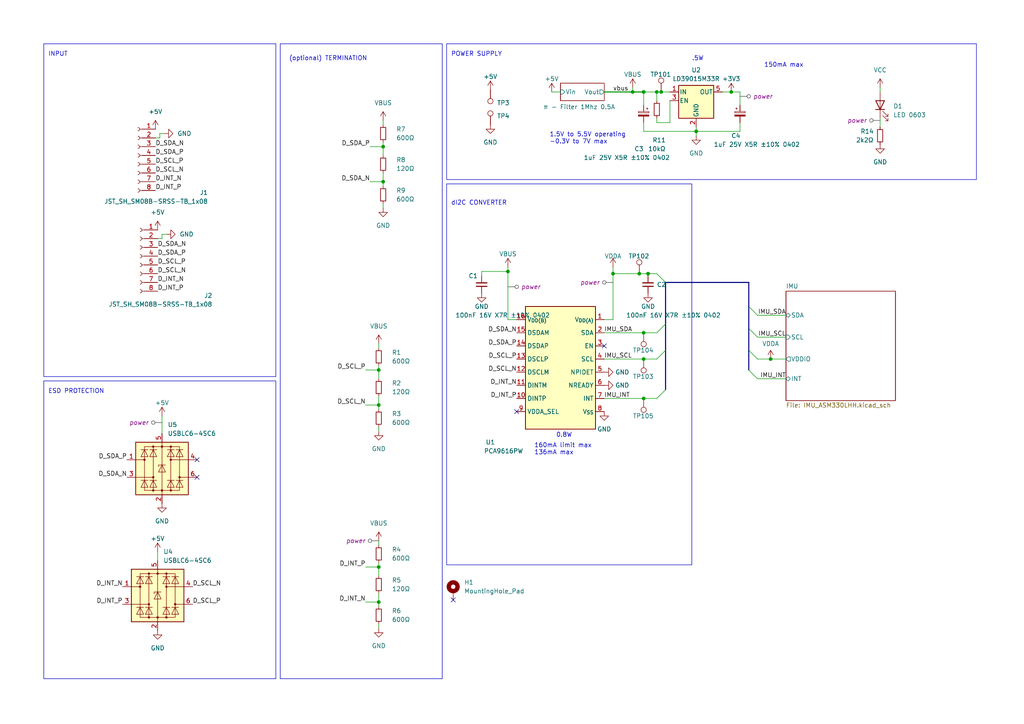
<source format=kicad_sch>
(kicad_sch (version 20230121) (generator eeschema)
  (paper "A4")
  (lib_symbols
    (symbol "Connector:Conn_01x08_Socket" (pin_names (offset 1.016) hide)
      (property "Reference" "J" (at 0 10.16 0))
      (property "Value" "Conn_01x08_Socket" (at 0 -12.7 0))
      (symbol "Conn_01x08_Socket_1_1"
        (arc (start 0 -9.652) (mid -0.5058 -10.16) (end 0 -10.668) (stroke (width 0.1524)))
        (arc (start 0 -7.112) (mid -0.5058 -7.62) (end 0 -8.128) (stroke (width 0.1524)))
        (arc (start 0 -4.572) (mid -0.5058 -5.08) (end 0 -5.588) (stroke (width 0.1524)))
        (arc (start 0 -2.032) (mid -0.5058 -2.54) (end 0 -3.048) (stroke (width 0.1524)))
        (polyline (pts (xy -1.27 -10.16) (xy -0.508 -10.16)) (stroke (width 0.1524)))
        (polyline (pts (xy -1.27 -7.62) (xy -0.508 -7.62)) (stroke (width 0.1524)))
        (polyline (pts (xy -1.27 -5.08) (xy -0.508 -5.08)) (stroke (width 0.1524)))
        (polyline (pts (xy -1.27 -2.54) (xy -0.508 -2.54)) (stroke (width 0.1524)))
        (polyline (pts (xy -1.27 0) (xy -0.508 0)) (stroke (width 0.1524)))
        (polyline (pts (xy -1.27 2.54) (xy -0.508 2.54)) (stroke (width 0.1524)))
        (polyline (pts (xy -1.27 5.08) (xy -0.508 5.08)) (stroke (width 0.1524)))
        (polyline (pts (xy -1.27 7.62) (xy -0.508 7.62)) (stroke (width 0.1524)))
        (arc (start 0 0.508) (mid -0.5058 0) (end 0 -0.508) (stroke (width 0.1524)))
        (arc (start 0 3.048) (mid -0.5058 2.54) (end 0 2.032) (stroke (width 0.1524)))
        (arc (start 0 5.588) (mid -0.5058 5.08) (end 0 4.572) (stroke (width 0.1524)))
        (arc (start 0 8.128) (mid -0.5058 7.62) (end 0 7.112) (stroke (width 0.1524)))
        (pin passive line (at -5.08 7.62 0) (length 3.81) (name "Pin_1") (number "1"))
        (pin passive line (at -5.08 5.08 0) (length 3.81) (name "Pin_2") (number "2"))
        (pin passive line (at -5.08 2.54 0) (length 3.81) (name "Pin_3") (number "3"))
        (pin passive line (at -5.08 0 0) (length 3.81) (name "Pin_4") (number "4"))
        (pin passive line (at -5.08 -2.54 0) (length 3.81) (name "Pin_5") (number "5"))
        (pin passive line (at -5.08 -5.08 0) (length 3.81) (name "Pin_6") (number "6"))
        (pin passive line (at -5.08 -7.62 0) (length 3.81) (name "Pin_7") (number "7"))
        (pin passive line (at -5.08 -10.16 0) (length 3.81) (name "Pin_8") (number "8"))
      )
    )
    (symbol "Connector:TestPoint" (pin_numbers hide) (pin_names (offset 0.762) hide)
      (property "Reference" "TP" (at 0 6.858 0))
      (property "Value" "TestPoint" (at 0 5.08 0))
      (symbol "TestPoint_0_1"
        (circle (center 0 3.302) (radius 0.762))
      )
      (symbol "TestPoint_1_1"
        (pin passive line (at 0 0 90) (length 2.54) (name "1") (number "1"))
      )
    )
    (symbol "Device:C_Polarized_Small" (pin_numbers hide) (pin_names (offset 0.254) hide)
      (property "Reference" "C" (at 0.254 1.778 0))
      (property "Value" "C_Polarized_Small" (at 0.254 -2.032 0))
      (symbol "C_Polarized_Small_0_1"
        (rectangle (start -1.524 -0.3048) (end 1.524 -0.6858) (fill (type outline)))
        (rectangle (start -1.524 0.6858) (end 1.524 0.3048))
        (polyline (pts (xy -1.27 1.524) (xy -0.762 1.524)))
        (polyline (pts (xy -1.016 1.27) (xy -1.016 1.778)))
      )
      (symbol "C_Polarized_Small_1_1"
        (pin passive line (at 0 2.54 270) (length 1.8542) (name "~") (number "1"))
        (pin passive line (at 0 -2.54 90) (length 1.8542) (name "~") (number "2"))
      )
    )
    (symbol "Device:C_Small" (pin_numbers hide) (pin_names (offset 0.254) hide)
      (property "Reference" "C" (at 0.254 1.778 0))
      (property "Value" "C_Small" (at 0.254 -2.032 0))
      (symbol "C_Small_0_1"
        (polyline (pts (xy -1.524 -0.508) (xy 1.524 -0.508)) (stroke (width 0.3302)))
        (polyline (pts (xy -1.524 0.508) (xy 1.524 0.508)) (stroke (width 0.3048)))
      )
      (symbol "C_Small_1_1"
        (pin passive line (at 0 2.54 270) (length 2.032) (name "~") (number "1"))
        (pin passive line (at 0 -2.54 90) (length 2.032) (name "~") (number "2"))
      )
    )
    (symbol "Device:LED" (pin_numbers hide) (pin_names (offset 1.016) hide)
      (property "Reference" "D" (at 0 2.54 0))
      (property "Value" "LED" (at 0 -2.54 0))
      (symbol "LED_0_1"
        (polyline (pts (xy -1.27 -1.27) (xy -1.27 1.27)) (stroke (width 0.254)))
        (polyline (pts (xy -1.27 0) (xy 1.27 0)))
        (polyline (pts (xy 1.27 -1.27) (xy 1.27 1.27) (xy -1.27 0) (xy 1.27 -1.27)) (stroke (width 0.254)))
        (polyline (pts (xy -3.048 -0.762) (xy -4.572 -2.286) (xy -3.81 -2.286) (xy -4.572 -2.286) (xy -4.572 -1.524)))
        (polyline (pts (xy -1.778 -0.762) (xy -3.302 -2.286) (xy -2.54 -2.286) (xy -3.302 -2.286) (xy -3.302 -1.524)))
      )
      (symbol "LED_1_1"
        (pin passive line (at -3.81 0 0) (length 2.54) (name "K") (number "1"))
        (pin passive line (at 3.81 0 180) (length 2.54) (name "A") (number "2"))
      )
    )
    (symbol "Device:R_Small" (pin_numbers hide) (pin_names (offset 0.254) hide)
      (property "Reference" "R" (at 0.762 0.508 0))
      (property "Value" "R_Small" (at 0.762 -1.016 0))
      (symbol "R_Small_0_1"
        (rectangle (start -0.762 1.778) (end 0.762 -1.778) (stroke (width 0.2032)))
      )
      (symbol "R_Small_1_1"
        (pin passive line (at 0 2.54 270) (length 0.762) (name "~") (number "1"))
        (pin passive line (at 0 -2.54 90) (length 0.762) (name "~") (number "2"))
      )
    )
    (symbol "Mechanical:MountingHole_Pad" (pin_numbers hide) (pin_names (offset 1.016) hide)
      (property "Reference" "H" (at 0 6.35 0))
      (property "Value" "MountingHole_Pad" (at 0 4.445 0))
      (symbol "MountingHole_Pad_0_1"
        (circle (center 0 1.27) (radius 1.27) (stroke (width 1.27)))
      )
      (symbol "MountingHole_Pad_1_1"
        (pin input line (at 0 -2.54 90) (length 2.54) (name "1") (number "1"))
      )
    )
    (symbol "Power_Protection:USBLC6-4SC6" (pin_names hide)
      (property "Reference" "U" (at 2.54 8.89 0))
      (property "Value" "USBLC6-4SC6" (at 2.54 -8.89 0))
      (symbol "USBLC6-4SC6_0_1"
        (rectangle (start -7.62 -7.62) (end 7.62 7.62) (stroke (width 0.254)) (fill (type background)))
        (circle (center -5.08 2.54) (radius 0.254) (fill (type outline)))
        (circle (center -2.54 -6.35) (radius 0.254) (fill (type outline)))
        (circle (center -2.54 -2.54) (radius 0.254) (fill (type outline)))
        (circle (center -2.54 6.35) (radius 0.254) (fill (type outline)))
        (rectangle (start -2.54 6.35) (end 2.54 -6.35))
        (circle (center 0 -6.35) (radius 0.254) (fill (type outline)))
        (polyline (pts (xy -5.08 2.54) (xy -7.62 2.54)))
        (polyline (pts (xy -4.064 -3.429) (xy -6.096 -3.429)))
        (polyline (pts (xy -4.064 5.461) (xy -6.096 5.461)))
        (polyline (pts (xy -2.54 -2.54) (xy -7.62 -2.54)))
        (polyline (pts (xy -1.524 -3.429) (xy -3.556 -3.429)))
        (polyline (pts (xy -1.524 5.461) (xy -3.556 5.461)))
        (polyline (pts (xy 0 -7.62) (xy 0 -6.35)))
        (polyline (pts (xy 0 -6.35) (xy 0 1.27)))
        (polyline (pts (xy 0 1.27) (xy 0 6.35)))
        (polyline (pts (xy 0 6.35) (xy 0 7.62)))
        (polyline (pts (xy 1.524 -3.429) (xy 3.556 -3.429)))
        (polyline (pts (xy 1.524 5.461) (xy 3.556 5.461)))
        (polyline (pts (xy 2.54 2.54) (xy 7.62 2.54)))
        (polyline (pts (xy 4.064 -3.429) (xy 6.096 -3.429)))
        (polyline (pts (xy 4.064 5.461) (xy 6.096 5.461)))
        (polyline (pts (xy 5.08 -2.54) (xy 7.62 -2.54)))
        (polyline (pts (xy -6.096 -5.461) (xy -4.064 -5.461) (xy -5.08 -3.429) (xy -6.096 -5.461)))
        (polyline (pts (xy -6.096 3.429) (xy -4.064 3.429) (xy -5.08 5.461) (xy -6.096 3.429)))
        (polyline (pts (xy -3.556 -5.461) (xy -1.524 -5.461) (xy -2.54 -3.429) (xy -3.556 -5.461)))
        (polyline (pts (xy -3.556 3.429) (xy -1.524 3.429) (xy -2.54 5.461) (xy -3.556 3.429)))
        (polyline (pts (xy -2.54 6.35) (xy -5.08 6.35) (xy -5.08 -6.35) (xy -2.54 -6.35)))
        (polyline (pts (xy -1.016 -1.016) (xy 1.016 -1.016) (xy 0 1.016) (xy -1.016 -1.016)))
        (polyline (pts (xy 1.016 1.016) (xy 0.762 1.016) (xy -1.016 1.016) (xy -1.016 0.508)))
        (polyline (pts (xy 2.54 6.35) (xy 5.08 6.35) (xy 5.08 -6.35) (xy 2.54 -6.35)))
        (polyline (pts (xy 3.556 -5.461) (xy 1.524 -5.461) (xy 2.54 -3.429) (xy 3.556 -5.461)))
        (polyline (pts (xy 3.556 3.429) (xy 1.524 3.429) (xy 2.54 5.461) (xy 3.556 3.429)))
        (polyline (pts (xy 6.096 -5.461) (xy 4.064 -5.461) (xy 5.08 -3.429) (xy 6.096 -5.461)))
        (polyline (pts (xy 6.096 3.429) (xy 4.064 3.429) (xy 5.08 5.461) (xy 6.096 3.429)))
        (circle (center 0 6.35) (radius 0.254) (fill (type outline)))
        (circle (center 2.54 -6.35) (radius 0.254) (fill (type outline)))
        (circle (center 2.54 2.54) (radius 0.254) (fill (type outline)))
        (circle (center 2.54 6.35) (radius 0.254) (fill (type outline)))
        (circle (center 5.08 -2.54) (radius 0.254) (fill (type outline)))
      )
      (symbol "USBLC6-4SC6_1_1"
        (pin passive line (at -10.16 2.54 0) (length 2.54) (name "I/O1") (number "1"))
        (pin passive line (at 0 -10.16 90) (length 2.54) (name "GND") (number "2"))
        (pin passive line (at -10.16 -2.54 0) (length 2.54) (name "I/O2") (number "3"))
        (pin passive line (at 10.16 2.54 180) (length 2.54) (name "I/O3") (number "4"))
        (pin passive line (at 0 10.16 270) (length 2.54) (name "VBUS") (number "5"))
        (pin passive line (at 10.16 -2.54 180) (length 2.54) (name "I/O4") (number "6"))
      )
    )
    (symbol "Regulator_Linear:LD39015M33R" (pin_names (offset 0.254))
      (property "Reference" "U" (at -3.81 5.715 0))
      (property "Value" "LD39015M33R" (at 0 5.715 0))
      (symbol "LD39015M33R_0_1"
        (rectangle (start -5.08 4.445) (end 5.08 -5.08) (stroke (width 0.254)) (fill (type background)))
      )
      (symbol "LD39015M33R_1_1"
        (pin power_in line (at -7.62 2.54 0) (length 2.54) (name "IN") (number "1"))
        (pin power_in line (at 0 -7.62 90) (length 2.54) (name "GND") (number "2"))
        (pin input line (at -7.62 0 0) (length 2.54) (name "EN") (number "3"))
        (pin no_connect line (at 5.08 0 180) (length 2.54) hide (name "NC") (number "4"))
        (pin power_out line (at 7.62 2.54 180) (length 2.54) (name "OUT") (number "5"))
      )
    )
    (symbol "centaurParts:PCA9616PW"
      (property "Reference" "U" (at -10.16 8.89 0))
      (property "Value" "PCA9616PW" (at 1.27 8.89 0))
      (symbol "PCA9616PW_0_1"
        (rectangle (start -10.16 7.62) (end 10.16 -27.94) (stroke (width 0.254)) (fill (type background)))
      )
      (symbol "PCA9616PW_1_1"
        (pin power_in line (at -12.7 3.81 0) (length 2.54) (name "V_{DD(A)}") (number "1"))
        (pin bidirectional line (at 12.7 -19.05 180) (length 2.54) (name "DINTP") (number "10"))
        (pin bidirectional line (at 12.7 -15.24 180) (length 2.54) (name "DINTM") (number "11"))
        (pin bidirectional line (at 12.7 -11.43 180) (length 2.54) (name "DSCLM") (number "12"))
        (pin bidirectional line (at 12.7 -7.62 180) (length 2.54) (name "DSCLP") (number "13"))
        (pin bidirectional line (at 12.7 -3.81 180) (length 2.54) (name "DSDAP") (number "14"))
        (pin bidirectional line (at 12.7 0 180) (length 2.54) (name "DSDAM") (number "15"))
        (pin power_in line (at 12.7 3.81 180) (length 2.54) (name "V_{DD(B)}") (number "16"))
        (pin bidirectional line (at -12.7 0 0) (length 2.54) (name "SDA") (number "2"))
        (pin input line (at -12.7 -3.81 0) (length 2.54) (name "EN") (number "3"))
        (pin bidirectional line (at -12.7 -7.62 0) (length 2.54) (name "SCL") (number "4"))
        (pin bidirectional line (at -12.7 -11.43 0) (length 2.54) (name "NPIDET") (number "5"))
        (pin bidirectional line (at -12.7 -15.24 0) (length 2.54) (name "NREADY") (number "6"))
        (pin bidirectional line (at -12.7 -19.05 0) (length 2.54) (name "INT") (number "7"))
        (pin power_in line (at -12.7 -22.86 0) (length 2.54) (name "V_{SS}") (number "8"))
        (pin bidirectional line (at 12.7 -22.86 180) (length 2.54) (name "VDDA_SEL") (number "9"))
      )
    )
    (symbol "power:+3V3" (power) (pin_names (offset 0))
      (property "Value" "+3V3" (at 0 3.556 0))
      (symbol "+3V3_0_1"
        (polyline (pts (xy -0.762 1.27) (xy 0 2.54)))
        (polyline (pts (xy 0 0) (xy 0 2.54)))
        (polyline (pts (xy 0 2.54) (xy 0.762 1.27)))
      )
      (symbol "+3V3_1_1"
        (pin power_in line (at 0 0 90) (length 0) hide (name "+3V3") (number "1"))
      )
    )
    (symbol "power:+5V" (power) (pin_names (offset 0))
      (property "Value" "+5V" (at 0 3.556 0))
      (symbol "+5V_0_1"
        (polyline (pts (xy -0.762 1.27) (xy 0 2.54)))
        (polyline (pts (xy 0 0) (xy 0 2.54)))
        (polyline (pts (xy 0 2.54) (xy 0.762 1.27)))
      )
      (symbol "+5V_1_1"
        (pin power_in line (at 0 0 90) (length 0) hide (name "+5V") (number "1"))
      )
    )
    (symbol "power:GND" (power) (pin_names (offset 0))
      (property "Value" "GND" (at 0 -3.81 0))
      (symbol "GND_0_1"
        (polyline (pts (xy 0 0) (xy 0 -1.27) (xy 1.27 -1.27) (xy 0 -2.54) (xy -1.27 -1.27) (xy 0 -1.27)))
      )
      (symbol "GND_1_1"
        (pin power_in line (at 0 0 270) (length 0) hide (name "GND") (number "1"))
      )
    )
    (symbol "power:VBUS" (power) (pin_names (offset 0))
      (property "Value" "VBUS" (at 0 3.81 0))
      (symbol "VBUS_0_1"
        (polyline (pts (xy -0.762 1.27) (xy 0 2.54)))
        (polyline (pts (xy 0 0) (xy 0 2.54)))
        (polyline (pts (xy 0 2.54) (xy 0.762 1.27)))
      )
      (symbol "VBUS_1_1"
        (pin power_in line (at 0 0 90) (length 0) hide (name "VBUS") (number "1"))
      )
    )
    (symbol "power:VCC" (power) (pin_names (offset 0))
      (property "Value" "VCC" (at 0 3.81 0))
      (symbol "VCC_0_1"
        (polyline (pts (xy -0.762 1.27) (xy 0 2.54)))
        (polyline (pts (xy 0 0) (xy 0 2.54)))
        (polyline (pts (xy 0 2.54) (xy 0.762 1.27)))
      )
      (symbol "VCC_1_1"
        (pin power_in line (at 0 0 90) (length 0) hide (name "VCC") (number "1"))
      )
    )
    (symbol "power:VDDA" (power) (pin_names (offset 0))
      (property "Value" "VDDA" (at 0 3.81 0))
      (symbol "VDDA_0_1"
        (polyline (pts (xy -0.762 1.27) (xy 0 2.54)))
        (polyline (pts (xy 0 0) (xy 0 2.54)))
        (polyline (pts (xy 0 2.54) (xy 0.762 1.27)))
      )
      (symbol "VDDA_1_1"
        (pin power_in line (at 0 0 90) (length 0) hide (name "VDDA") (number "1"))
      )
    )
  )
  (junction (at 109.855 164.465))
  (junction (at 111.125 42.545))
  (junction (at 185.42 79.375))
  (junction (at 212.09 26.67))
  (junction (at 223.52 104.14))
  (junction (at 109.855 117.475))
  (junction (at 201.93 38.1))
  (junction (at 186.69 26.67))
  (junction (at 186.69 104.14))
  (junction (at 186.69 96.52))
  (junction (at 191.77 26.67))
  (junction (at 177.8 79.375))
  (junction (at 109.855 174.625))
  (junction (at 187.96 79.375))
  (junction (at 183.515 26.67))
  (junction (at 147.32 78.74))
  (junction (at 190.5 26.67))
  (junction (at 111.125 52.705))
  (junction (at 109.855 107.315))
  (junction (at 186.69 115.57))
  (no_connect (at 149.86 119.38))
  (no_connect (at 57.15 133.35))
  (no_connect (at 175.26 100.33))
  (no_connect (at 131.445 173.99))
  (no_connect (at 57.15 138.43))
  (bus_entry (at 217.17 107.315) (size 2.54 2.54))
  (bus_entry (at 217.17 88.9) (size 2.54 2.54))
  (bus_entry (at 190.5 104.14) (size 2.54 -2.54))
  (bus_entry (at 217.17 101.6) (size 2.54 2.54))
  (bus_entry (at 217.17 95.25) (size 2.54 2.54))
  (bus_entry (at 190.5 96.52) (size 2.54 -2.54))
  (bus_entry (at 190.5 115.57) (size 2.54 -2.54))
  (bus_entry (at 190.5 79.375) (size 2.54 2.54))
  (wire (pts (xy 177.8 79.375) (xy 177.8 92.71)))
  (wire (pts (xy 106.045 107.315) (xy 109.855 107.315)) (stroke (width 0.15)))
  (wire (pts (xy 190.5 104.14) (xy 186.69 104.14)))
  (wire (pts (xy 111.125 34.925) (xy 111.125 36.195)))
  (wire (pts (xy 109.855 175.895) (xy 109.855 174.625)))
  (wire (pts (xy 190.5 115.57) (xy 186.69 115.57)))
  (wire (pts (xy 185.42 79.375) (xy 187.96 79.375)))
  (wire (pts (xy 214.63 26.67) (xy 214.63 30.48)))
  (wire (pts (xy 183.515 26.67) (xy 186.69 26.67)) (stroke (width 0.3)))
  (wire (pts (xy 187.96 79.375) (xy 187.96 80.01)))
  (wire (pts (xy 255.27 36.83) (xy 255.27 34.29)))
  (wire (pts (xy 111.125 53.975) (xy 111.125 52.705)))
  (wire (pts (xy 175.26 26.67) (xy 183.515 26.67)) (stroke (width 0.3)))
  (bus (pts (xy 217.17 81.915) (xy 193.04 81.915)))
  (wire (pts (xy 214.63 38.1) (xy 201.93 38.1)))
  (wire (pts (xy 209.55 26.67) (xy 212.09 26.67)))
  (bus (pts (xy 217.17 95.25) (xy 217.17 101.6)))
  (wire (pts (xy 109.855 182.245) (xy 109.855 180.975)))
  (wire (pts (xy 106.045 174.625) (xy 109.855 174.625)) (stroke (width 0.15)))
  (wire (pts (xy 45.72 160.02) (xy 45.72 162.56)))
  (wire (pts (xy 219.71 91.44) (xy 227.965 91.44)))
  (wire (pts (xy 46.99 69.215) (xy 45.72 69.215)))
  (wire (pts (xy 201.93 39.37) (xy 201.93 38.1)))
  (wire (pts (xy 175.26 96.52) (xy 186.69 96.52)))
  (bus (pts (xy 217.17 101.6) (xy 217.17 107.315)))
  (wire (pts (xy 186.69 38.1) (xy 186.69 35.56)))
  (wire (pts (xy 46.355 38.735) (xy 46.355 40.005)))
  (wire (pts (xy 109.855 106.045) (xy 109.855 107.315)))
  (wire (pts (xy 109.855 156.845) (xy 109.855 158.115)))
  (wire (pts (xy 214.63 35.56) (xy 214.63 38.1)))
  (wire (pts (xy 194.31 29.21) (xy 194.31 35.56)))
  (wire (pts (xy 219.71 104.14) (xy 223.52 104.14)))
  (bus (pts (xy 193.04 101.6) (xy 193.04 113.03)))
  (wire (pts (xy 109.855 163.195) (xy 109.855 164.465)))
  (wire (pts (xy 109.855 99.695) (xy 109.855 100.965)))
  (wire (pts (xy 201.93 38.1) (xy 186.69 38.1)))
  (wire (pts (xy 147.32 92.71) (xy 149.86 92.71)))
  (wire (pts (xy 177.8 79.375) (xy 185.42 79.375)))
  (wire (pts (xy 219.71 109.855) (xy 227.965 109.855)))
  (wire (pts (xy 139.7 78.74) (xy 147.32 78.74)))
  (wire (pts (xy 191.77 26.67) (xy 194.31 26.67)))
  (wire (pts (xy 194.31 35.56) (xy 190.5 35.56)))
  (wire (pts (xy 219.71 97.79) (xy 227.965 97.79)))
  (wire (pts (xy 160.02 26.67) (xy 162.56 26.67)))
  (wire (pts (xy 46.99 67.945) (xy 46.99 69.215)))
  (wire (pts (xy 147.32 77.47) (xy 147.32 78.74)))
  (wire (pts (xy 190.5 26.67) (xy 191.77 26.67)))
  (bus (pts (xy 217.17 81.915) (xy 217.17 88.9)))
  (wire (pts (xy 111.125 42.545) (xy 111.125 45.085)))
  (wire (pts (xy 111.125 60.325) (xy 111.125 59.055)))
  (wire (pts (xy 109.855 107.315) (xy 109.855 109.855)) (stroke (width 0.15)))
  (wire (pts (xy 109.855 114.935) (xy 109.855 117.475)))
  (wire (pts (xy 47.625 38.735) (xy 46.355 38.735)))
  (wire (pts (xy 223.52 104.14) (xy 227.965 104.14)))
  (wire (pts (xy 106.045 117.475) (xy 109.855 117.475)) (stroke (width 0.15)))
  (wire (pts (xy 201.93 38.1) (xy 201.93 36.83)))
  (wire (pts (xy 46.355 40.005) (xy 45.085 40.005)))
  (wire (pts (xy 109.855 125.095) (xy 109.855 123.825)))
  (wire (pts (xy 186.69 115.57) (xy 175.26 115.57)))
  (wire (pts (xy 48.26 67.945) (xy 46.99 67.945)))
  (wire (pts (xy 177.8 77.47) (xy 177.8 79.375)))
  (bus (pts (xy 193.04 81.915) (xy 193.04 93.98)))
  (wire (pts (xy 183.515 26.67) (xy 186.69 26.67)))
  (wire (pts (xy 177.8 92.71) (xy 175.26 92.71)))
  (wire (pts (xy 109.855 164.465) (xy 109.855 167.005)))
  (wire (pts (xy 183.515 25.4) (xy 183.515 26.67)))
  (wire (pts (xy 107.315 42.545) (xy 111.125 42.545)) (stroke (width 0.15)))
  (wire (pts (xy 186.69 104.14) (xy 175.26 104.14)))
  (bus (pts (xy 193.04 93.98) (xy 193.04 101.6)))
  (bus (pts (xy 217.17 88.9) (xy 217.17 95.25)))
  (wire (pts (xy 107.315 52.705) (xy 111.125 52.705)) (stroke (width 0.15)))
  (wire (pts (xy 111.125 50.165) (xy 111.125 52.705)))
  (wire (pts (xy 111.125 41.275) (xy 111.125 42.545)))
  (wire (pts (xy 147.32 78.74) (xy 147.32 92.71)))
  (wire (pts (xy 46.99 120.65) (xy 46.99 125.73)))
  (wire (pts (xy 255.27 25.4) (xy 255.27 26.67)))
  (wire (pts (xy 186.69 96.52) (xy 190.5 96.52)))
  (wire (pts (xy 190.5 29.21) (xy 190.5 26.67)))
  (wire (pts (xy 212.09 26.67) (xy 214.63 26.67)))
  (wire (pts (xy 186.69 26.67) (xy 190.5 26.67)))
  (wire (pts (xy 109.855 118.745) (xy 109.855 117.475)))
  (wire (pts (xy 139.7 78.74) (xy 139.7 80.01)))
  (wire (pts (xy 190.5 79.375) (xy 187.96 79.375)))
  (wire (pts (xy 186.69 30.48) (xy 186.69 26.67)))
  (wire (pts (xy 109.855 172.085) (xy 109.855 174.625)))
  (wire (pts (xy 190.5 35.56) (xy 190.5 34.29)))
  (wire (pts (xy 106.045 164.465) (xy 109.855 164.465)) (stroke (width 0.15)))
  (rectangle (start 12.7 110.49) (end 80.01 196.85))
  (rectangle (start 81.28 12.7) (end 128.27 196.85))
  (rectangle (start 12.7 12.7) (end 80.01 109.22))
  (rectangle (start 129.54 53.34) (end 200.66 163.83))
  (rectangle (start 129.54 12.7) (end 283.21 52.07))
  (text "(optional) TERMINATION\n" (at 83.82 17.78 0) (effects (font (size 1.27 1.27)) (justify left bottom)))
  (text "INPUT" (at 13.97 16.51 0) (effects (font (size 1.27 1.27)) (justify left bottom)))
  (text "ESD PROTECTION\n" (at 13.97 114.3 0) (effects (font (size 1.27 1.27)) (justify left bottom)))
  (text ".5W\n" (at 200.66 17.78 0) (effects (font (size 1.27 1.27)) (justify left bottom)))
  (text "dI2C CONVERTER\n" (at 130.81 59.69 0) (effects (font (size 1.27 1.27)) (justify left bottom)))
  (text "1.5V to 5.5V operating\n-0.3V to 7V max" (at 159.385 41.91 0) (effects (font (size 1.27 1.27)) (justify left bottom)))
  (text "POWER SUPPLY\n" (at 130.81 16.51 0) (effects (font (size 1.27 1.27)) (justify left bottom)))
  (text "160mA limit max\n136mA max" (at 154.94 132.08 0) (effects (font (size 1.27 1.27)) (justify left bottom)))
  (text "150mA max" (at 221.615 19.685 0) (effects (font (size 1.27 1.27)) (justify left bottom)))
  (text "0.8W\n" (at 161.29 127 0) (effects (font (size 1.27 1.27)) (justify left bottom)))
  (label "D_SCL_N" (at 149.86 107.95 180))
  (label "D_SDA_N" (at 45.085 42.545 0))
  (label "IMU_INT" (at 227.965 109.855 180))
  (label "D_SCL_P" (at 149.86 104.14 180))
  (label "D_SDA_P" (at 45.72 74.295 0))
  (label "D_SCL_P" (at 55.88 175.26 0))
  (label "IMU_SDA" (at 175.26 96.52 0))
  (label "D_SDA_P" (at 149.86 100.33 180))
  (label "D_INT_N" (at 106.045 174.625 180))
  (label "IMU_SCL" (at 175.26 104.14 0))
  (label "D_SCL_N" (at 106.045 117.475 180))
  (label "D_INT_P" (at 149.86 115.57 180))
  (label "D_SCL_N" (at 45.72 79.375 0))
  (label "D_INT_N" (at 149.86 111.76 180))
  (label "D_SCL_P" (at 106.045 107.315 180))
  (label "IMU_SDA" (at 227.965 91.44 180))
  (label "D_SDA_P" (at 45.085 45.085 0))
  (label "D_SCL_N" (at 45.085 50.165 0))
  (label "D_INT_P" (at 35.56 175.26 180))
  (label "D_SDA_N" (at 45.72 71.755 0))
  (label "D_SCL_N" (at 55.88 170.18 0))
  (label "D_INT_P" (at 45.72 84.455 0))
  (label "D_SCL_P" (at 45.72 76.835 0))
  (label "IMU_INT" (at 175.26 115.57 0))
  (label "D_INT_N" (at 45.085 52.705 0))
  (label "IMU_SCL" (at 227.965 97.79 180))
  (label "D_INT_P" (at 45.085 55.245 0))
  (label "D_SDA_N" (at 149.86 96.52 180))
  (label "D_INT_N" (at 45.72 81.915 0))
  (label "D_SDA_P" (at 107.315 42.545 180))
  (label "vbus" (at 177.8 26.67 0))
  (label "D_SCL_P" (at 45.085 47.625 0))
  (label "D_INT_N" (at 35.56 170.18 180))
  (label "D_SDA_N" (at 36.83 138.43 180))
  (label "D_INT_P" (at 106.045 164.465 180))
  (label "D_SDA_P" (at 36.83 133.35 180))
  (label "D_SDA_N" (at 107.315 52.705 180))
  (netclass_flag "" (length 2.54) (shape round) (at 109.855 156.845 90) (property "Netclass" "power" (at 106.045 156.845 0) (effects (font italic) (justify right))))
  (netclass_flag "" (length 2.54) (shape round) (at 147.32 83.185 270) (property "Netclass" "power" (at 151.13 83.185 0) (effects (font italic) (justify left))))
  (netclass_flag "" (length 2.54) (shape round) (at 255.27 34.925 90) (property "Netclass" "power" (at 251.46 34.925 0) (effects (font italic) (justify right))))
  (netclass_flag "" (length 2.54) (shape round) (at 46.99 122.555 90) (property "Netclass" "power" (at 43.18 122.555 0) (effects (font italic) (justify right))))
  (netclass_flag "" (length 2.54) (shape round) (at 214.63 27.94 270) (property "Netclass" "power" (at 218.44 27.94 0) (effects (font italic) (justify left))))
  (netclass_flag "" (length 2.54) (shape round) (at 177.8 81.915 90) (property "Netclass" "power" (at 173.99 81.915 0) (effects (font italic) (justify right))))
  (symbol (lib_id "Device:R_Small") (at 109.855 121.285 0) (mirror x) (unit 1)
    (property "Reference" "R3" (at 113.665 120.015 0) (effects (justify left)))
    (property "Value" "600Ω" (at 113.665 122.555 0) (effects (justify left)))
    (property "Footprint" "Resistor_SMD:R_0402_1005Metric" (effects hide))
  )
  (symbol (lib_id "Connector:TestPoint") (at 185.42 79.375 0) (unit 1)
    (property "Reference" "TP102" (at 182.245 74.295 0) (effects (justify left)))
    (property "Value" "TestPoint" (effects hide))
  )
  (symbol (lib_id "power:GND") (at 175.26 107.95 90) (unit 1)
    (property "Reference" "#PWR046" (effects hide))
    (property "Value" "GND" (at 178.435 107.95 90) (effects (justify right)))
  )
  (symbol (lib_id "Device:C_Small") (at 139.7 82.55 0) (mirror x) (unit 1)
    (property "Reference" "C1" (at 135.89 80.01 0) (effects (justify left)))
    (property "Value" "100nF 16V X7R ±10% 0402 " (at 132.08 91.44 0) (effects (justify left)))
    (property "Footprint" "Capacitor_SMD:C_0402_1005Metric" (effects hide))
  )
  (symbol (lib_id "power:VCC") (at 255.27 25.4 0) (unit 1)
    (property "Reference" "#PWR044" (effects hide))
    (property "Value" "VCC" (at 255.27 20.32 0))
  )
  (symbol (lib_id "Device:R_Small") (at 255.27 39.37 0) (unit 1)
    (property "Reference" "R14" (at 249.555 38.1 0) (effects (justify left)))
    (property "Value" "2k2Ω" (at 248.285 40.64 0) (effects (justify left)))
    (property "Footprint" "Resistor_SMD:R_0402_1005Metric" (effects hide))
  )
  (symbol (lib_id "Device:R_Small") (at 109.855 160.655 0) (mirror x) (unit 1)
    (property "Reference" "R4" (at 113.665 159.385 0) (effects (justify left)))
    (property "Value" "600Ω" (at 113.665 161.925 0) (effects (justify left)))
    (property "Footprint" "Resistor_SMD:R_0402_1005Metric" (effects hide))
  )
  (symbol (lib_id "Connector:TestPoint") (at 142.24 36.195 0) (unit 1) (in_bom no)
    (property "Reference" "TP4" (at 144.145 33.655 0) (effects (justify left)))
    (property "Value" "TestPoint" (effects hide))
    (property "Footprint" "TestPoint:TestPoint_THTPad_1.0x1.0mm_Drill0.5mm" (effects hide))
    (property "Sim.Enable" "0" (effects hide))
  )
  (symbol (lib_id "Device:R_Small") (at 111.125 47.625 0) (mirror x) (unit 1)
    (property "Reference" "R8" (at 114.935 46.355 0) (effects (justify left)))
    (property "Value" "120Ω" (at 114.935 48.895 0) (effects (justify left)))
    (property "Footprint" "Resistor_SMD:R_0402_1005Metric" (effects hide))
  )
  (symbol (lib_id "power:VDDA") (at 223.52 104.14 0) (unit 1)
    (property "Reference" "#PWR027" (effects hide))
    (property "Value" "VDDA" (at 223.52 99.695 0))
  )
  (symbol (lib_id "power:GND") (at 175.26 119.38 0) (unit 1)
    (property "Reference" "#PWR016" (effects hide))
    (property "Value" "GND" (at 175.26 124.46 0))
  )
  (symbol (lib_id "Device:R_Small") (at 111.125 56.515 0) (mirror x) (unit 1)
    (property "Reference" "R9" (at 114.935 55.245 0) (effects (justify left)))
    (property "Value" "600Ω" (at 114.935 57.785 0) (effects (justify left)))
    (property "Footprint" "Resistor_SMD:R_0402_1005Metric" (effects hide))
  )
  (symbol (lib_id "Device:R_Small") (at 109.855 178.435 0) (mirror x) (unit 1)
    (property "Reference" "R6" (at 113.665 177.165 0) (effects (justify left)))
    (property "Value" "600Ω" (at 113.665 179.705 0) (effects (justify left)))
    (property "Footprint" "Resistor_SMD:R_0402_1005Metric" (effects hide))
  )
  (symbol (lib_id "Device:R_Small") (at 109.855 169.545 0) (mirror x) (unit 1)
    (property "Reference" "R5" (at 113.665 168.275 0) (effects (justify left)))
    (property "Value" "120Ω" (at 113.665 170.815 0) (effects (justify left)))
    (property "Footprint" "Resistor_SMD:R_0402_1005Metric" (effects hide))
  )
  (symbol (lib_id "power:GND") (at 45.72 182.88 0) (unit 1)
    (property "Reference" "#PWR042" (effects hide))
    (property "Value" "GND" (at 45.72 187.96 0))
  )
  (symbol (lib_id "power:+5V") (at 45.72 160.02 0) (unit 1)
    (property "Reference" "#PWR043" (effects hide))
    (property "Value" "+5V" (at 45.72 156.21 0))
  )
  (symbol (lib_id "Connector:Conn_01x08_Socket") (at 40.005 45.085 0) (mirror y) (unit 1)
    (property "Reference" "J1" (at 60.325 55.88 0) (effects (justify left)))
    (property "Value" "JST_SH_SM08B-SRSS-TB_1x08" (at 60.325 58.42 0) (effects (justify left)))
    (property "Footprint" "Connector_JST:JST_SH_SM08B-SRSS-TB_1x08-1MP_P1.00mm_Horizontal" (effects hide))
  )
  (symbol (lib_id "Connector:TestPoint") (at 186.69 96.52 0) (mirror x) (unit 1)
    (property "Reference" "TP104" (at 183.515 101.6 0) (effects (justify left)))
    (property "Value" "TestPoint" (effects hide))
  )
  (symbol (lib_id "Device:C_Polarized_Small") (at 186.69 33.02 0) (mirror y) (unit 1)
    (property "Reference" "C3" (at 186.69 43.18 0) (effects (justify left)))
    (property "Value" "1uF 25V X5R ±10% 0402" (at 194.31 45.72 0) (effects (justify left)))
    (property "Footprint" "Capacitor_SMD:C_0402_1005Metric" (effects hide))
  )
  (symbol (lib_id "power:+3V3") (at 212.09 26.67 0) (unit 1)
    (property "Reference" "#PWR021" (effects hide))
    (property "Value" "+3V3" (at 212.09 22.86 0))
  )
  (symbol (lib_id "power:GND") (at 109.855 182.245 0) (unit 1)
    (property "Reference" "#PWR09" (effects hide))
    (property "Value" "GND" (at 109.855 187.325 0))
  )
  (symbol (lib_id "Device:R_Small") (at 109.855 103.505 0) (mirror x) (unit 1)
    (property "Reference" "R1" (at 113.665 102.235 0) (effects (justify left)))
    (property "Value" "600Ω" (at 113.665 104.775 0) (effects (justify left)))
    (property "Footprint" "Resistor_SMD:R_0402_1005Metric" (effects hide))
  )
  (symbol (lib_id "Device:R_Small") (at 111.125 38.735 0) (mirror x) (unit 1)
    (property "Reference" "R7" (at 114.935 37.465 0) (effects (justify left)))
    (property "Value" "600Ω" (at 114.935 40.005 0) (effects (justify left)))
    (property "Footprint" "Resistor_SMD:R_0402_1005Metric" (effects hide))
  )
  (symbol (lib_id "power:GND") (at 47.625 38.735 90) (unit 1)
    (property "Reference" "#PWR040" (effects hide))
    (property "Value" "GND" (at 51.435 38.735 90) (effects (justify right)))
  )
  (symbol (lib_id "power:VBUS") (at 147.32 77.47 0) (unit 1)
    (property "Reference" "#PWR012" (effects hide))
    (property "Value" "VBUS" (at 147.32 73.66 0))
  )
  (symbol (lib_id "Device:LED") (at 255.27 30.48 90) (unit 1)
    (property "Reference" "D1" (at 259.08 30.7975 90) (effects (justify right)))
    (property "Value" "LED 0603" (at 259.08 33.3375 90) (effects (justify right)))
    (property "Footprint" "LED_SMD:LED_0603_1608Metric" (effects hide))
  )
  (symbol (lib_id "power:VBUS") (at 183.515 25.4 0) (unit 1)
    (property "Reference" "#PWR017" (effects hide))
    (property "Value" "VBUS" (at 183.515 21.59 0))
  )
  (symbol (lib_id "Device:C_Small") (at 187.96 82.55 0) (mirror x) (unit 1)
    (property "Reference" "C2" (at 190.5 82.55 0) (effects (justify left)))
    (property "Value" "100nF 16V X7R ±10% 0402 " (at 181.61 91.44 0) (effects (justify left)))
    (property "Footprint" "Capacitor_SMD:C_0402_1005Metric" (effects hide))
  )
  (symbol (lib_id "power:+5V") (at 45.72 66.675 0) (unit 1)
    (property "Reference" "#PWR02" (effects hide))
    (property "Value" "+5V" (at 45.72 61.595 0))
  )
  (symbol (lib_id "power:GND") (at 111.125 60.325 0) (unit 1)
    (property "Reference" "#PWR011" (effects hide))
    (property "Value" "GND" (at 111.125 65.405 0))
  )
  (symbol (lib_id "power:GND") (at 201.93 39.37 0) (unit 1)
    (property "Reference" "#PWR019" (effects hide))
    (property "Value" "GND" (at 201.93 44.45 0))
  )
  (symbol (lib_id "power:VBUS") (at 109.855 99.695 0) (unit 1)
    (property "Reference" "#PWR06" (effects hide))
    (property "Value" "VBUS" (at 109.855 94.615 0))
  )
  (symbol (lib_id "power:VBUS") (at 109.855 156.845 0) (unit 1)
    (property "Reference" "#PWR08" (effects hide))
    (property "Value" "VBUS" (at 109.855 151.765 0))
  )
  (symbol (lib_id "Device:R_Small") (at 190.5 31.75 0) (unit 1)
    (property "Reference" "R11" (at 189.23 40.64 0) (effects (justify left)))
    (property "Value" "10kΩ" (at 187.96 43.18 0) (effects (justify left)))
    (property "Footprint" "Resistor_SMD:R_0402_1005Metric" (effects hide))
  )
  (symbol (lib_id "Connector:TestPoint") (at 186.69 115.57 0) (mirror x) (unit 1)
    (property "Reference" "TP105" (at 183.515 120.65 0) (effects (justify left)))
    (property "Value" "TestPoint" (effects hide))
  )
  (symbol (lib_id "power:+5V") (at 142.24 26.035 0) (unit 1)
    (property "Reference" "#PWR047" (effects hide))
    (property "Value" "+5V" (at 142.24 22.225 0))
  )
  (symbol (lib_id "power:GND") (at 175.26 111.76 90) (unit 1)
    (property "Reference" "#PWR045" (effects hide))
    (property "Value" "GND" (at 178.435 111.76 90) (effects (justify right)))
  )
  (symbol (lib_id "Device:R_Small") (at 109.855 112.395 0) (mirror x) (unit 1)
    (property "Reference" "R2" (at 113.665 111.125 0) (effects (justify left)))
    (property "Value" "120Ω" (at 113.665 113.665 0) (effects (justify left)))
    (property "Footprint" "Resistor_SMD:R_0402_1005Metric" (effects hide))
  )
  (symbol (lib_id "Device:C_Polarized_Small") (at 214.63 33.02 0) (unit 1)
    (property "Reference" "C4" (at 212.09 39.37 0) (effects (justify left)))
    (property "Value" "1uF 25V X5R ±10% 0402" (at 207.01 41.91 0) (effects (justify left)))
    (property "Footprint" "Capacitor_SMD:C_0402_1005Metric" (effects hide))
  )
  (symbol (lib_id "power:VDDA") (at 177.8 77.47 0) (unit 1)
    (property "Reference" "#PWR018" (effects hide))
    (property "Value" "VDDA" (at 177.8 74.295 0))
  )
  (symbol (lib_id "power:GND") (at 46.99 146.05 0) (unit 1)
    (property "Reference" "#PWR04" (effects hide))
    (property "Value" "GND" (at 46.99 151.13 0))
  )
  (symbol (lib_id "Connector:Conn_01x08_Socket") (at 40.64 74.295 0) (mirror y) (unit 1)
    (property "Reference" "J2" (at 61.595 85.725 0) (effects (justify left)))
    (property "Value" "JST_SH_SM08B-SRSS-TB_1x08" (at 61.595 88.265 0) (effects (justify left)))
    (property "Footprint" "Connector_JST:JST_SH_SM08B-SRSS-TB_1x08-1MP_P1.00mm_Horizontal" (effects hide))
  )
  (symbol (lib_id "Mechanical:MountingHole_Pad") (at 131.445 171.45 0) (unit 1) (in_bom no)
    (property "Reference" "H1" (at 134.62 168.91 0) (effects (justify left)))
    (property "Value" "MountingHole_Pad" (at 134.62 171.45 0) (effects (justify left)))
    (property "Footprint" "MountingHole:MountingHole_3.2mm_M3_Pad_TopBottom" (effects hide))
    (property "Sim.Enable" "0" (effects hide))
  )
  (symbol (lib_id "Connector:TestPoint") (at 142.24 26.035 180) (unit 1) (in_bom no)
    (property "Reference" "TP3" (at 144.145 29.845 0) (effects (justify right)))
    (property "Value" "TestPoint" (effects hide))
    (property "Footprint" "TestPoint:TestPoint_THTPad_1.0x1.0mm_Drill0.5mm" (effects hide))
    (property "Sim.Enable" "0" (effects hide))
  )
  (symbol (lib_id "power:+5V") (at 45.085 37.465 0) (unit 1)
    (property "Reference" "#PWR05" (effects hide))
    (property "Value" "+5V" (at 45.085 32.385 0))
  )
  (symbol (lib_id "power:GND") (at 139.7 85.09 0) (unit 1)
    (property "Reference" "#PWR014" (effects hide))
    (property "Value" "GND" (at 139.7 88.9 0))
  )
  (symbol (lib_id "Regulator_Linear:LD39015M33R") (at 201.93 29.21 0) (unit 1)
    (property "Reference" "U2" (at 201.93 20.32 0))
    (property "Value" "LD39015M33R" (at 201.93 22.86 0))
    (property "Footprint" "Package_TO_SOT_SMD:SOT-23-5" (effects hide))
    (property "Datasheet" "http://www.st.com/resource/en/datasheet/ld39015.pdf" (effects hide))
  )
  (symbol (lib_id "power:+5V") (at 160.02 26.67 0) (unit 1)
    (property "Reference" "#PWR013" (effects hide))
    (property "Value" "+5V" (at 160.02 22.86 0))
  )
  (symbol (lib_id "power:GND") (at 255.27 41.91 0) (unit 1)
    (property "Reference" "#PWR041" (effects hide))
    (property "Value" "GND" (at 255.27 46.99 0))
  )
  (symbol (lib_id "power:VBUS") (at 111.125 34.925 0) (unit 1)
    (property "Reference" "#PWR010" (effects hide))
    (property "Value" "VBUS" (at 111.125 29.845 0))
  )
  (symbol (lib_id "centaurParts:PCA9616PW") (at 162.56 96.52 0) (mirror y) (unit 1)
    (property "Reference" "U1" (at 142.24 128.27 0))
    (property "Value" "PCA9616PW" (at 146.05 130.81 0))
    (property "Footprint" "Package_SO:TSSOP-16_4.4x5mm_P0.65mm" (effects hide))
    (property "Datasheet" "https://www.farnell.com/datasheets/2340287.pdf" (effects hide))
  )
  (symbol (lib_id "Power_Protection:USBLC6-4SC6") (at 45.72 172.72 0) (unit 1)
    (property "Reference" "U4" (at 47.3711 160.02 0) (effects (justify left)))
    (property "Value" "USBLC6-4SC6" (at 47.3711 162.56 0) (effects (justify left)))
    (property "Footprint" "Package_TO_SOT_SMD:SOT-23-6" (effects hide))
    (property "Datasheet" "https://www.st.com/resource/en/datasheet/usblc6-4.pdf" (effects hide))
  )
  (symbol (lib_id "Connector:TestPoint") (at 186.69 104.14 0) (mirror x) (unit 1)
    (property "Reference" "TP103" (at 183.515 109.22 0) (effects (justify left)))
    (property "Value" "TestPoint" (effects hide))
  )
  (symbol (lib_id "Connector:TestPoint") (at 191.77 26.67 0) (unit 1)
    (property "Reference" "TP101" (at 188.595 21.59 0) (effects (justify left)))
    (property "Value" "TestPoint" (effects hide))
  )
  (symbol (lib_id "power:GND") (at 187.96 85.09 0) (unit 1)
    (property "Reference" "#PWR015" (effects hide))
    (property "Value" "GND" (at 187.96 88.9 0))
  )
  (symbol (lib_id "power:GND") (at 48.26 67.945 90) (unit 1)
    (property "Reference" "#PWR03" (effects hide))
    (property "Value" "GND" (at 52.07 67.945 90) (effects (justify right)))
  )
  (symbol (lib_id "Power_Protection:USBLC6-4SC6") (at 46.99 135.89 0) (unit 1)
    (property "Reference" "U5" (at 48.6411 123.19 0) (effects (justify left)))
    (property "Value" "USBLC6-4SC6" (at 48.6411 125.73 0) (effects (justify left)))
    (property "Footprint" "Package_TO_SOT_SMD:SOT-23-6" (effects hide))
    (property "Datasheet" "https://www.st.com/resource/en/datasheet/usblc6-4.pdf" (effects hide))
  )
  (symbol (lib_id "power:GND") (at 109.855 125.095 0) (unit 1)
    (property "Reference" "#PWR07" (effects hide))
    (property "Value" "GND" (at 109.855 130.175 0))
  )
  (symbol (lib_id "power:GND") (at 142.24 36.195 0) (unit 1)
    (property "Reference" "#PWR048" (effects hide))
    (property "Value" "GND" (at 142.24 41.275 0))
  )
  (symbol (lib_id "power:+5V") (at 46.99 120.65 0) (unit 1)
    (property "Reference" "#PWR01" (effects hide))
    (property "Value" "+5V" (at 46.99 116.84 0))
  )
  (sheet (at 162.56 24.13) (size 12.7 5.08) (stroke (width 0.1524))
    (property "Sheetname" "π - Filter 1Mhz 0.5A" (at 157.48 31.75 0) (effects (justify left bottom)))
    (property "Sheetfile" "piFilter1Mhz0.5A.kicad_sch" (effects hide))
    (pin "Vin" input (at 162.56 26.67 180))
    (pin "Vout" output (at 175.26 26.67 0))
  )
  (sheet (at 227.965 84.455) (size 31.75 31.75) (stroke (width 0.1524))
    (property "Sheetname" "IMU" (at 227.965 83.7434 0) (effects (justify left bottom)))
    (property "Sheetfile" "IMU_ASM330LHH.kicad_sch" (at 227.965 116.7896 0) (effects (justify left top)))
    (pin "SDA" bidirectional (at 227.965 91.44 180))
    (pin "SCL" input (at 227.965 97.79 180))
    (pin "VDDIO" output (at 227.965 104.14 180))
    (pin "INT" bidirectional (at 227.965 109.855 180))
  )
)
</source>
